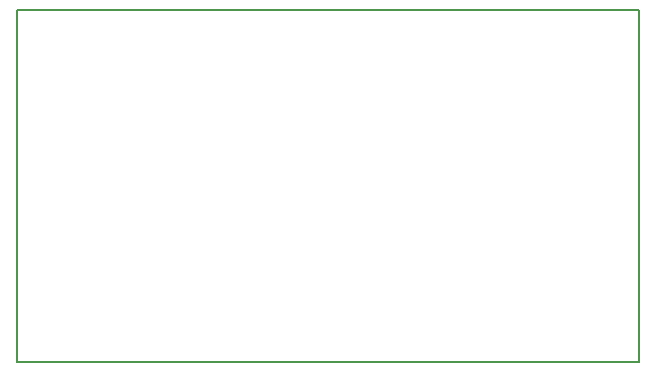
<source format=gm1>
G04 #@! TF.GenerationSoftware,KiCad,Pcbnew,9.0.6*
G04 #@! TF.CreationDate,2025-12-01T20:46:10-08:00*
G04 #@! TF.ProjectId,RocketServo,526f636b-6574-4536-9572-766f2e6b6963,n/c*
G04 #@! TF.SameCoordinates,Original*
G04 #@! TF.FileFunction,Profile,NP*
%FSLAX46Y46*%
G04 Gerber Fmt 4.6, Leading zero omitted, Abs format (unit mm)*
G04 Created by KiCad (PCBNEW 9.0.6) date 2025-12-01 20:46:10*
%MOMM*%
%LPD*%
G01*
G04 APERTURE LIST*
G04 #@! TA.AperFunction,Profile*
%ADD10C,0.150000*%
G04 #@! TD*
G04 APERTURE END LIST*
D10*
X67945000Y-95885000D02*
X120650000Y-95885000D01*
X120650000Y-125730000D01*
X67945000Y-125730000D01*
X67945000Y-95885000D01*
M02*

</source>
